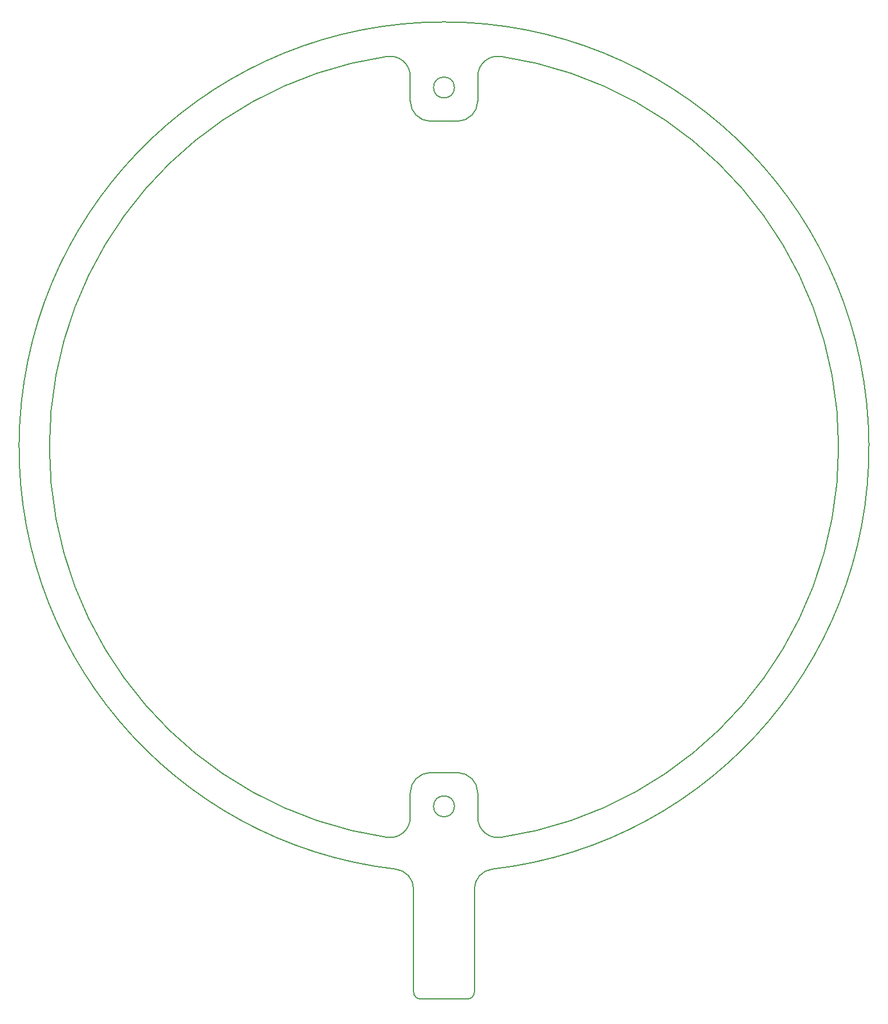
<source format=gbr>
%TF.GenerationSoftware,KiCad,Pcbnew,(5.1.6-0-10_14)*%
%TF.CreationDate,2021-12-31T12:36:28+01:00*%
%TF.ProjectId,LF_Antenna_v3,4c465f41-6e74-4656-9e6e-615f76332e6b,rev?*%
%TF.SameCoordinates,Original*%
%TF.FileFunction,Profile,NP*%
%FSLAX46Y46*%
G04 Gerber Fmt 4.6, Leading zero omitted, Abs format (unit mm)*
G04 Created by KiCad (PCBNEW (5.1.6-0-10_14)) date 2021-12-31 12:36:28*
%MOMM*%
%LPD*%
G01*
G04 APERTURE LIST*
%TA.AperFunction,Profile*%
%ADD10C,0.200000*%
%TD*%
G04 APERTURE END LIST*
D10*
X106985801Y-174954200D02*
X106985801Y-159687599D01*
X106485801Y-42829187D02*
X106485801Y-39194723D01*
X109485801Y-45829187D02*
G75*
G02*
X106485801Y-42829187I0J3000000D01*
G01*
X113485800Y-45829187D02*
X109485801Y-45829187D01*
X107985801Y-175954200D02*
G75*
G02*
X106985801Y-174954200I0J1000000D01*
G01*
X116485800Y-42829187D02*
G75*
G02*
X113485800Y-45829187I-3000000J0D01*
G01*
X116485800Y-39194723D02*
X116485800Y-42829187D01*
X116485800Y-39194723D02*
G75*
G02*
X119918232Y-36226053I3000000J0D01*
G01*
X119918233Y-36226053D02*
G75*
G02*
X119918232Y-152004187I-8432433J-57889067D01*
G01*
X119918232Y-152004187D02*
G75*
G02*
X116485800Y-149035517I-432432J2968670D01*
G01*
X116485800Y-145401053D02*
X116485800Y-149035517D01*
X115985800Y-174954200D02*
G75*
G02*
X114985800Y-175954200I-1000000J0D01*
G01*
X115985800Y-159687599D02*
X115985800Y-174954200D01*
X115985800Y-159687599D02*
G75*
G02*
X118644891Y-156707032I3000000J0D01*
G01*
X113035799Y-147401053D02*
G75*
G03*
X113035799Y-147401053I-1549999J0D01*
G01*
X113035799Y-40829187D02*
G75*
G03*
X113035799Y-40829187I-1549999J0D01*
G01*
X113485800Y-142401053D02*
G75*
G02*
X116485800Y-145401053I0J-3000000D01*
G01*
X109485801Y-142401053D02*
X113485800Y-142401053D01*
X106485801Y-145401053D02*
G75*
G02*
X109485801Y-142401053I3000000J0D01*
G01*
X106485801Y-149035517D02*
X106485801Y-145401053D01*
X106485801Y-149035518D02*
G75*
G02*
X103053368Y-152004187I-3000000J1D01*
G01*
X103053367Y-152004187D02*
G75*
G02*
X103053368Y-36226053I8432433J57889067D01*
G01*
X103053369Y-36226053D02*
G75*
G02*
X106485801Y-39194723I432432J-2968670D01*
G01*
X104326709Y-156707032D02*
G75*
G02*
X118644891Y-156707032I7159091J62591912D01*
G01*
X104326710Y-156707032D02*
G75*
G02*
X106985801Y-159687599I-340909J-2980567D01*
G01*
X114985800Y-175954200D02*
X107985801Y-175954200D01*
M02*

</source>
